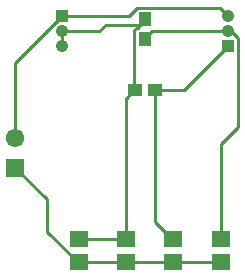
<source format=gtl>
G04*
G04 #@! TF.GenerationSoftware,Altium Limited,Altium Designer,25.2.1 (25)*
G04*
G04 Layer_Physical_Order=1*
G04 Layer_Color=255*
%FSLAX44Y44*%
%MOMM*%
G71*
G04*
G04 #@! TF.SameCoordinates,812CEA7C-EAD6-410B-90F9-CE58292C2D17*
G04*
G04*
G04 #@! TF.FilePolarity,Positive*
G04*
G01*
G75*
%ADD12R,1.5500X1.3500*%
%ADD13R,1.2065X1.0582*%
%ADD14R,1.0582X1.2065*%
%ADD16R,1.0500X1.0500*%
%ADD17C,1.0500*%
%ADD20C,0.2540*%
%ADD21C,1.5500*%
%ADD22R,1.5500X1.5500*%
D12*
X224000Y63750D02*
D03*
Y44250D02*
D03*
X104000Y63750D02*
D03*
Y44250D02*
D03*
X144000Y63750D02*
D03*
Y44250D02*
D03*
X184000Y63750D02*
D03*
Y44250D02*
D03*
D13*
X151741Y190000D02*
D03*
X168259D02*
D03*
D14*
X160000Y233483D02*
D03*
Y250000D02*
D03*
D16*
X90000Y252700D02*
D03*
X230000Y227300D02*
D03*
D17*
X90000Y240000D02*
D03*
Y227300D02*
D03*
X230000Y240000D02*
D03*
Y252700D02*
D03*
D20*
X151000Y190000D02*
Y240714D01*
X153272Y242985D01*
X153727D01*
X160000Y249259D01*
Y250000D01*
X126685Y245238D02*
X155979D01*
X121448Y240000D02*
X126685Y245238D01*
X90000Y240000D02*
X121448D01*
X90000Y227300D02*
Y240000D01*
X223197Y259503D02*
X230000Y252700D01*
X153272Y259503D02*
X223197D01*
X146469Y252700D02*
X153272Y259503D01*
X90000Y252700D02*
X146469D01*
X50000Y212700D02*
X90000Y252700D01*
X50000Y150000D02*
Y212700D01*
X192700Y190000D02*
X230000Y227300D01*
X168259Y190000D02*
X192700D01*
X160000Y233483D02*
Y234224D01*
X165776Y240000D01*
X230000D01*
X231523Y238477D01*
X234230D01*
X238720Y233987D01*
Y158969D02*
Y233987D01*
X224000Y144248D02*
X238720Y158969D01*
X224000Y63750D02*
Y144248D01*
X183000Y63750D02*
X184000D01*
X168259Y78491D02*
X183000Y63750D01*
X168259Y78491D02*
Y190000D01*
X144000Y183000D02*
X151000Y190000D01*
X144000Y63750D02*
Y183000D01*
X104000Y44250D02*
X224000D01*
X104000Y63750D02*
X144000D01*
X102999Y44250D02*
X104000D01*
X77000Y70250D02*
X102999Y44250D01*
X77000Y70250D02*
Y97600D01*
X50000Y124600D02*
X77000Y97600D01*
D21*
X50000Y150000D02*
D03*
D22*
Y124600D02*
D03*
M02*

</source>
